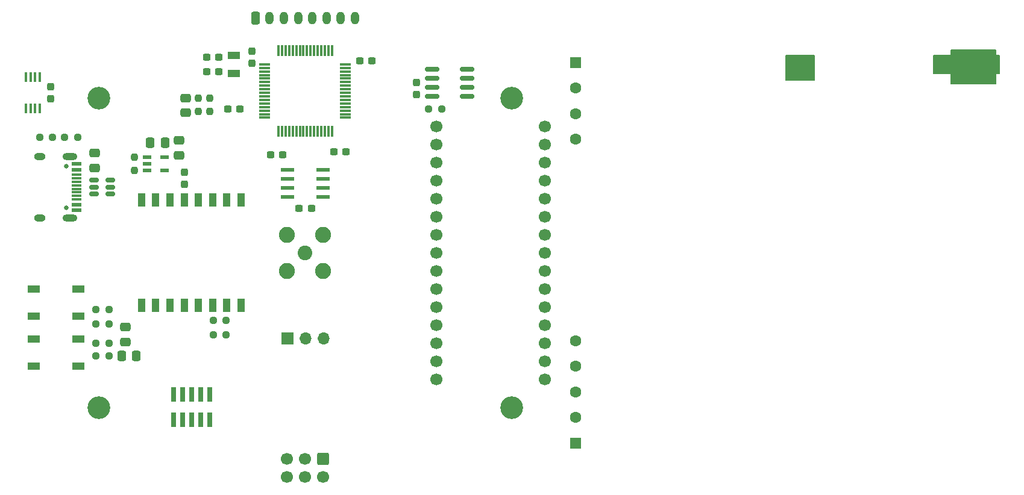
<source format=gbr>
%TF.GenerationSoftware,KiCad,Pcbnew,(5.99.0-12717-g57c7d663b0)*%
%TF.CreationDate,2021-10-22T11:26:34+02:00*%
%TF.ProjectId,Main_PCB,4d61696e-5f50-4434-922e-6b696361645f,rev?*%
%TF.SameCoordinates,Original*%
%TF.FileFunction,Soldermask,Top*%
%TF.FilePolarity,Negative*%
%FSLAX46Y46*%
G04 Gerber Fmt 4.6, Leading zero omitted, Abs format (unit mm)*
G04 Created by KiCad (PCBNEW (5.99.0-12717-g57c7d663b0)) date 2021-10-22 11:26:34*
%MOMM*%
%LPD*%
G01*
G04 APERTURE LIST*
G04 Aperture macros list*
%AMRoundRect*
0 Rectangle with rounded corners*
0 $1 Rounding radius*
0 $2 $3 $4 $5 $6 $7 $8 $9 X,Y pos of 4 corners*
0 Add a 4 corners polygon primitive as box body*
4,1,4,$2,$3,$4,$5,$6,$7,$8,$9,$2,$3,0*
0 Add four circle primitives for the rounded corners*
1,1,$1+$1,$2,$3*
1,1,$1+$1,$4,$5*
1,1,$1+$1,$6,$7*
1,1,$1+$1,$8,$9*
0 Add four rect primitives between the rounded corners*
20,1,$1+$1,$2,$3,$4,$5,0*
20,1,$1+$1,$4,$5,$6,$7,0*
20,1,$1+$1,$6,$7,$8,$9,0*
20,1,$1+$1,$8,$9,$2,$3,0*%
G04 Aperture macros list end*
%ADD10C,0.150000*%
%ADD11RoundRect,0.250000X-0.550000X0.550000X-0.550000X-0.550000X0.550000X-0.550000X0.550000X0.550000X0*%
%ADD12C,1.600000*%
%ADD13RoundRect,0.250000X0.550000X-0.550000X0.550000X0.550000X-0.550000X0.550000X-0.550000X-0.550000X0*%
%ADD14RoundRect,0.250000X0.475000X-0.337500X0.475000X0.337500X-0.475000X0.337500X-0.475000X-0.337500X0*%
%ADD15RoundRect,0.150000X0.512500X0.150000X-0.512500X0.150000X-0.512500X-0.150000X0.512500X-0.150000X0*%
%ADD16RoundRect,0.237500X0.237500X-0.300000X0.237500X0.300000X-0.237500X0.300000X-0.237500X-0.300000X0*%
%ADD17RoundRect,0.237500X0.300000X0.237500X-0.300000X0.237500X-0.300000X-0.237500X0.300000X-0.237500X0*%
%ADD18RoundRect,0.250000X-0.600000X0.600000X-0.600000X-0.600000X0.600000X-0.600000X0.600000X0.600000X0*%
%ADD19C,1.700000*%
%ADD20RoundRect,0.237500X-0.250000X-0.237500X0.250000X-0.237500X0.250000X0.237500X-0.250000X0.237500X0*%
%ADD21RoundRect,0.237500X0.250000X0.237500X-0.250000X0.237500X-0.250000X-0.237500X0.250000X-0.237500X0*%
%ADD22R,0.760000X2.050000*%
%ADD23C,0.650000*%
%ADD24R,1.450000X0.600000*%
%ADD25R,1.450000X0.300000*%
%ADD26O,1.600000X1.000000*%
%ADD27O,2.100000X1.000000*%
%ADD28RoundRect,0.237500X0.237500X-0.250000X0.237500X0.250000X-0.237500X0.250000X-0.237500X-0.250000X0*%
%ADD29R,1.700000X1.000000*%
%ADD30R,1.800000X1.000000*%
%ADD31RoundRect,0.150000X0.825000X0.150000X-0.825000X0.150000X-0.825000X-0.150000X0.825000X-0.150000X0*%
%ADD32R,0.450000X1.400000*%
%ADD33R,1.981200X0.558800*%
%ADD34C,3.200000*%
%ADD35R,1.700000X1.700000*%
%ADD36O,1.700000X1.700000*%
%ADD37RoundRect,0.075000X-0.700000X-0.075000X0.700000X-0.075000X0.700000X0.075000X-0.700000X0.075000X0*%
%ADD38RoundRect,0.075000X-0.075000X-0.700000X0.075000X-0.700000X0.075000X0.700000X-0.075000X0.700000X0*%
%ADD39RoundRect,0.237500X-0.300000X-0.237500X0.300000X-0.237500X0.300000X0.237500X-0.300000X0.237500X0*%
%ADD40RoundRect,0.250000X-0.475000X0.337500X-0.475000X-0.337500X0.475000X-0.337500X0.475000X0.337500X0*%
%ADD41RoundRect,0.237500X-0.237500X0.250000X-0.237500X-0.250000X0.237500X-0.250000X0.237500X0.250000X0*%
%ADD42RoundRect,0.250000X-0.337500X-0.475000X0.337500X-0.475000X0.337500X0.475000X-0.337500X0.475000X0*%
%ADD43RoundRect,0.237500X-0.237500X0.300000X-0.237500X-0.300000X0.237500X-0.300000X0.237500X0.300000X0*%
%ADD44RoundRect,0.250000X-0.350000X-0.650000X0.350000X-0.650000X0.350000X0.650000X-0.350000X0.650000X0*%
%ADD45O,1.200000X1.800000*%
%ADD46R,1.050000X1.950000*%
%ADD47R,1.200000X0.600000*%
%ADD48C,2.050000*%
%ADD49C,2.250000*%
G04 APERTURE END LIST*
D10*
X176500000Y-70250000D02*
X180500000Y-70250000D01*
X180500000Y-70250000D02*
X180500000Y-73750000D01*
X180500000Y-73750000D02*
X176500000Y-73750000D01*
X176500000Y-73750000D02*
X176500000Y-70250000D01*
G36*
X176500000Y-70250000D02*
G01*
X180500000Y-70250000D01*
X180500000Y-73750000D01*
X176500000Y-73750000D01*
X176500000Y-70250000D01*
G37*
X199750000Y-69500000D02*
X206000000Y-69500000D01*
X206000000Y-69500000D02*
X206000000Y-74250000D01*
X206000000Y-74250000D02*
X199750000Y-74250000D01*
X199750000Y-74250000D02*
X199750000Y-69500000D01*
G36*
X199750000Y-69500000D02*
G01*
X206000000Y-69500000D01*
X206000000Y-74250000D01*
X199750000Y-74250000D01*
X199750000Y-69500000D01*
G37*
X197250000Y-70250000D02*
X206500000Y-70250000D01*
X206500000Y-70250000D02*
X206500000Y-72750000D01*
X206500000Y-72750000D02*
X197250000Y-72750000D01*
X197250000Y-72750000D02*
X197250000Y-70250000D01*
G36*
X197250000Y-70250000D02*
G01*
X206500000Y-70250000D01*
X206500000Y-72750000D01*
X197250000Y-72750000D01*
X197250000Y-70250000D01*
G37*
D11*
%TO.C,REF\u002A\u002A*%
X147000000Y-71250000D03*
D12*
X147000000Y-74850000D03*
X147000000Y-78450000D03*
X147000000Y-82050000D03*
%TD*%
D13*
%TO.C,REF\u002A\u002A*%
X147000000Y-124750000D03*
D12*
X147000000Y-121150000D03*
X147000000Y-117550000D03*
X147000000Y-113950000D03*
X147000000Y-110350000D03*
%TD*%
D14*
%TO.C,C19*%
X79440000Y-86037500D03*
X79440000Y-83962500D03*
%TD*%
D15*
%TO.C,U7*%
X81637500Y-89700000D03*
X81637500Y-88750000D03*
X81637500Y-87800000D03*
X79362500Y-87800000D03*
X79362500Y-88750000D03*
X79362500Y-89700000D03*
%TD*%
D16*
%TO.C,C6*%
X73250000Y-76362500D03*
X73250000Y-74637500D03*
%TD*%
D17*
%TO.C,C8*%
X118362500Y-71000000D03*
X116637500Y-71000000D03*
%TD*%
D18*
%TO.C,J2*%
X111500000Y-127000000D03*
D19*
X111500000Y-129540000D03*
X108960000Y-127000000D03*
X108960000Y-129540000D03*
X106420000Y-127000000D03*
X106420000Y-129540000D03*
%TD*%
D20*
%TO.C,R8*%
X79587500Y-112500000D03*
X81412500Y-112500000D03*
%TD*%
D21*
%TO.C,R14*%
X128162500Y-77750000D03*
X126337500Y-77750000D03*
%TD*%
D20*
%TO.C,R6*%
X79625000Y-110750000D03*
X81450000Y-110750000D03*
%TD*%
D22*
%TO.C,JP1*%
X90480000Y-121500000D03*
X90480000Y-117940000D03*
X91750000Y-121500000D03*
X91750000Y-117940000D03*
X93020000Y-121500000D03*
X93020000Y-117940000D03*
X94290000Y-121500000D03*
X94290000Y-117940000D03*
X95560000Y-121500000D03*
X95560000Y-117940000D03*
%TD*%
D23*
%TO.C,J3*%
X75400000Y-91640000D03*
X75400000Y-85860000D03*
D24*
X76845000Y-85500000D03*
X76845000Y-86300000D03*
D25*
X76845000Y-87500000D03*
X76845000Y-88500000D03*
X76845000Y-89000000D03*
X76845000Y-90000000D03*
D24*
X76845000Y-91200000D03*
X76845000Y-92000000D03*
X76845000Y-92000000D03*
X76845000Y-91200000D03*
D25*
X76845000Y-90500000D03*
X76845000Y-89500000D03*
X76845000Y-88000000D03*
X76845000Y-87000000D03*
D24*
X76845000Y-86300000D03*
X76845000Y-85500000D03*
D26*
X71750000Y-84430000D03*
D27*
X75930000Y-84430000D03*
X75930000Y-93070000D03*
D26*
X71750000Y-93070000D03*
%TD*%
D28*
%TO.C,R11*%
X85000000Y-86412500D03*
X85000000Y-84587500D03*
%TD*%
D29*
%TO.C,SW2*%
X77150000Y-103100000D03*
X70850000Y-103100000D03*
X70850000Y-106900000D03*
X77150000Y-106900000D03*
%TD*%
D21*
%TO.C,R5*%
X73515000Y-81750000D03*
X71690000Y-81750000D03*
%TD*%
D30*
%TO.C,Y1*%
X99000000Y-70250000D03*
X99000000Y-72750000D03*
%TD*%
D31*
%TO.C,U8*%
X131775000Y-76005000D03*
X131775000Y-74735000D03*
X131775000Y-73465000D03*
X131775000Y-72195000D03*
X126825000Y-72195000D03*
X126825000Y-73465000D03*
X126825000Y-74735000D03*
X126825000Y-76005000D03*
%TD*%
D19*
%TO.C,U6*%
X127450000Y-80220000D03*
X127450000Y-82760000D03*
X127450000Y-85300000D03*
X127450000Y-87840000D03*
X127450000Y-90380000D03*
X127450000Y-92920000D03*
X127450000Y-95460000D03*
X127450000Y-98000000D03*
X127450000Y-100540000D03*
X127450000Y-103080000D03*
X127450000Y-105620000D03*
X127450000Y-108160000D03*
X127450000Y-110700000D03*
X127450000Y-113240000D03*
X127450000Y-115780000D03*
X142690000Y-115780000D03*
X142690000Y-113240000D03*
X142690000Y-110700000D03*
X142690000Y-108160000D03*
X142690000Y-105620000D03*
X142690000Y-103080000D03*
X142690000Y-100540000D03*
X142690000Y-98000000D03*
X142690000Y-95460000D03*
X142690000Y-92920000D03*
X142690000Y-90380000D03*
X142690000Y-87840000D03*
X142690000Y-85300000D03*
X142690000Y-82760000D03*
X142690000Y-80220000D03*
%TD*%
D29*
%TO.C,SW1*%
X77150000Y-110150000D03*
X70850000Y-110150000D03*
X70850000Y-113950000D03*
X77150000Y-113950000D03*
%TD*%
D32*
%TO.C,IC1*%
X69775000Y-77700000D03*
X70425000Y-77700000D03*
X71075000Y-77700000D03*
X71725000Y-77700000D03*
X71725000Y-73300000D03*
X71075000Y-73300000D03*
X70425000Y-73300000D03*
X69775000Y-73300000D03*
%TD*%
D20*
%TO.C,R2*%
X96087500Y-107500000D03*
X97912500Y-107500000D03*
%TD*%
D21*
%TO.C,R3*%
X97912500Y-109500000D03*
X96087500Y-109500000D03*
%TD*%
D33*
%TO.C,U5*%
X106536200Y-86345000D03*
X106536200Y-87615000D03*
X106536200Y-88885000D03*
X106536200Y-90155000D03*
X111463800Y-90155000D03*
X111463800Y-88885000D03*
X111463800Y-87615000D03*
X111463800Y-86345000D03*
%TD*%
D34*
%TO.C,REF2*%
X80000000Y-119750000D03*
%TD*%
D35*
%TO.C,J4*%
X106500000Y-110000000D03*
D36*
X109040000Y-110000000D03*
X111580000Y-110000000D03*
%TD*%
D37*
%TO.C,U4*%
X103325000Y-71500000D03*
X103325000Y-72000000D03*
X103325000Y-72500000D03*
X103325000Y-73000000D03*
X103325000Y-73500000D03*
X103325000Y-74000000D03*
X103325000Y-74500000D03*
X103325000Y-75000000D03*
X103325000Y-75500000D03*
X103325000Y-76000000D03*
X103325000Y-76500000D03*
X103325000Y-77000000D03*
X103325000Y-77500000D03*
X103325000Y-78000000D03*
X103325000Y-78500000D03*
X103325000Y-79000000D03*
D38*
X105250000Y-80925000D03*
X105750000Y-80925000D03*
X106250000Y-80925000D03*
X106750000Y-80925000D03*
X107250000Y-80925000D03*
X107750000Y-80925000D03*
X108250000Y-80925000D03*
X108750000Y-80925000D03*
X109250000Y-80925000D03*
X109750000Y-80925000D03*
X110250000Y-80925000D03*
X110750000Y-80925000D03*
X111250000Y-80925000D03*
X111750000Y-80925000D03*
X112250000Y-80925000D03*
X112750000Y-80925000D03*
D37*
X114675000Y-79000000D03*
X114675000Y-78500000D03*
X114675000Y-78000000D03*
X114675000Y-77500000D03*
X114675000Y-77000000D03*
X114675000Y-76500000D03*
X114675000Y-76000000D03*
X114675000Y-75500000D03*
X114675000Y-75000000D03*
X114675000Y-74500000D03*
X114675000Y-74000000D03*
X114675000Y-73500000D03*
X114675000Y-73000000D03*
X114675000Y-72500000D03*
X114675000Y-72000000D03*
X114675000Y-71500000D03*
D38*
X112750000Y-69575000D03*
X112250000Y-69575000D03*
X111750000Y-69575000D03*
X111250000Y-69575000D03*
X110750000Y-69575000D03*
X110250000Y-69575000D03*
X109750000Y-69575000D03*
X109250000Y-69575000D03*
X108750000Y-69575000D03*
X108250000Y-69575000D03*
X107750000Y-69575000D03*
X107250000Y-69575000D03*
X106750000Y-69575000D03*
X106250000Y-69575000D03*
X105750000Y-69575000D03*
X105250000Y-69575000D03*
%TD*%
D34*
%TO.C,REF4*%
X138000000Y-119750000D03*
%TD*%
D20*
%TO.C,R7*%
X79587500Y-108000000D03*
X81412500Y-108000000D03*
%TD*%
D39*
%TO.C,C9*%
X104137500Y-84250000D03*
X105862500Y-84250000D03*
%TD*%
D17*
%TO.C,C3*%
X96862500Y-70500000D03*
X95137500Y-70500000D03*
%TD*%
D40*
%TO.C,C13*%
X92200000Y-76250000D03*
X92200000Y-78325000D03*
%TD*%
D41*
%TO.C,R13*%
X94000000Y-76287500D03*
X94000000Y-78112500D03*
%TD*%
D14*
%TO.C,C18*%
X91250000Y-84287500D03*
X91250000Y-82212500D03*
%TD*%
D34*
%TO.C,REF1*%
X80000000Y-76250000D03*
%TD*%
D28*
%TO.C,R12*%
X95600000Y-78112500D03*
X95600000Y-76287500D03*
%TD*%
D42*
%TO.C,C2*%
X83212500Y-112500000D03*
X85287500Y-112500000D03*
%TD*%
D17*
%TO.C,C4*%
X96862500Y-72500000D03*
X95137500Y-72500000D03*
%TD*%
D43*
%TO.C,C1*%
X92000000Y-86637500D03*
X92000000Y-88362500D03*
%TD*%
D34*
%TO.C,REF3*%
X138000000Y-76250000D03*
%TD*%
D39*
%TO.C,C5*%
X108137500Y-91750000D03*
X109862500Y-91750000D03*
%TD*%
D42*
%TO.C,C17*%
X87212500Y-82500000D03*
X89287500Y-82500000D03*
%TD*%
D21*
%TO.C,R4*%
X77015000Y-81750000D03*
X75190000Y-81750000D03*
%TD*%
D40*
%TO.C,C20*%
X83750000Y-108462500D03*
X83750000Y-110537500D03*
%TD*%
D44*
%TO.C,J5*%
X102000000Y-65000000D03*
D45*
X104000000Y-65000000D03*
X106000000Y-65000000D03*
X108000000Y-65000000D03*
X110000000Y-65000000D03*
X112000000Y-65000000D03*
X114000000Y-65000000D03*
X116000000Y-65000000D03*
%TD*%
D39*
%TO.C,C10*%
X113025000Y-83750000D03*
X114750000Y-83750000D03*
%TD*%
D20*
%TO.C,R9*%
X79587500Y-106000000D03*
X81412500Y-106000000D03*
%TD*%
D46*
%TO.C,U2*%
X86000000Y-105400000D03*
X88000000Y-105400000D03*
X90000000Y-105400000D03*
X92000000Y-105400000D03*
X94000000Y-105400000D03*
X96000000Y-105400000D03*
X98000000Y-105400000D03*
X100000000Y-105400000D03*
X100000000Y-90600000D03*
X98000000Y-90600000D03*
X96000000Y-90600000D03*
X94000000Y-90600000D03*
X92000000Y-90600000D03*
X90000000Y-90600000D03*
X88000000Y-90600000D03*
X86000000Y-90600000D03*
%TD*%
D43*
%TO.C,C16*%
X124670000Y-74022500D03*
X124670000Y-75747500D03*
%TD*%
D47*
%TO.C,PS2*%
X86750000Y-84550000D03*
X86750000Y-85500000D03*
X86750000Y-86450000D03*
X89250000Y-86450000D03*
X89250000Y-84550000D03*
%TD*%
D39*
%TO.C,C12*%
X98137500Y-77750000D03*
X99862500Y-77750000D03*
%TD*%
D43*
%TO.C,C11*%
X101500000Y-69637500D03*
X101500000Y-71362500D03*
%TD*%
D48*
%TO.C,J1*%
X109000000Y-98000000D03*
D49*
X106460000Y-100540000D03*
X111540000Y-95460000D03*
X106460000Y-95460000D03*
X111540000Y-100540000D03*
%TD*%
M02*

</source>
